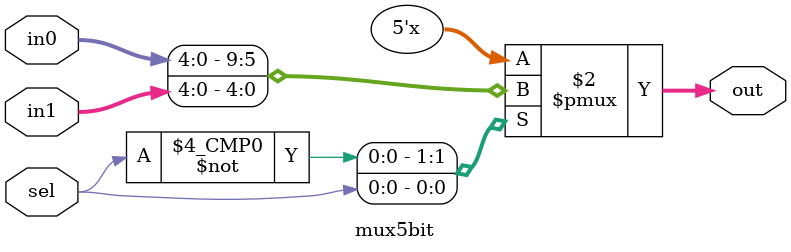
<source format=v>
module mux5bit(in0, in1, sel, out);
	input wire [4:0] in0;
	input wire [4:0] in1;
	input wire sel ;
	output reg [4:0] out;

	always @ (*) begin
		case(sel) 
		    1'b0: out = in0;
		    1'b1: out = in1;
	 	endcase 
	end

endmodule
</source>
